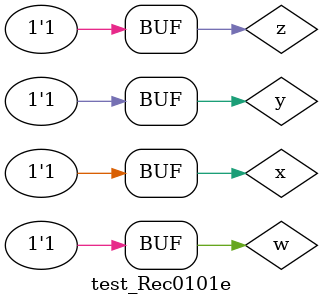
<source format=v>

module Rec0101e (output s, 
                 input  x, 
                 input  y, 
                 input  w, 
                 input  z);
    wire term1, term2, term3, cout; // Saídas dos termos intermediários

    // Implementação das NANDs
    nand n1(term1, x, ~w);                // (x . not(w))'
    nand n2(term2, y, ~w, ~z);            // (y . not(w) . not(z))'
    nand n3(term3, x, y, ~z);             // (x . y . not(z))'
    nand n4(cout, term1, term2, term3);  // (term1 . term2 . term3)'
    nand n5(s, cout, cout);               // Saída final (cout)'

endmodule 

module test_Rec0101e; 
// ------------------------- definir dados 
    reg  x; 
    reg  y; 
    reg  w; 
    reg  z; 
    wire s;  

    Rec0101e modulo06 (s, x, y, w, z); 

// ------------------------- parte principal 
    initial 
    begin : main 
        $display("Rec0101e - Cauã Costa Alves - 855926"); 
        $display("   x    y    w    z    s"); 
        
        $monitor("%4b %4b %4b %4b %4b", x, y, w, z, s); 

        x = 1'b0;  y = 1'b0;  w = 1'b0;  z = 1'b0;
        #1      x = 1'b0;  y = 1'b0;  w = 1'b0;  z = 1'b1;
        #1      x = 1'b0;  y = 1'b0;  w = 1'b1;  z = 1'b0;
        #1      x = 1'b0;  y = 1'b0;  w = 1'b1;  z = 1'b1;
        #1      x = 1'b0;  y = 1'b1;  w = 1'b0;  z = 1'b0;
        #1      x = 1'b0;  y = 1'b1;  w = 1'b0;  z = 1'b1;
        #1      x = 1'b0;  y = 1'b1;  w = 1'b1;  z = 1'b0;
        #1      x = 1'b0;  y = 1'b1;  w = 1'b1;  z = 1'b1;
        #1      x = 1'b1;  y = 1'b0;  w = 1'b0;  z = 1'b0;
        #1      x = 1'b1;  y = 1'b0;  w = 1'b0;  z = 1'b1;
        #1      x = 1'b1;  y = 1'b0;  w = 1'b1;  z = 1'b0;
        #1      x = 1'b1;  y = 1'b0;  w = 1'b1;  z = 1'b1;
        #1      x = 1'b1;  y = 1'b1;  w = 1'b0;  z = 1'b0;
        #1      x = 1'b1;  y = 1'b1;  w = 1'b0;  z = 1'b1;
        #1      x = 1'b1;  y = 1'b1;  w = 1'b1;  z = 1'b0;
        #1      x = 1'b1;  y = 1'b1;  w = 1'b1;  z = 1'b1;
    end 

endmodule  

</source>
